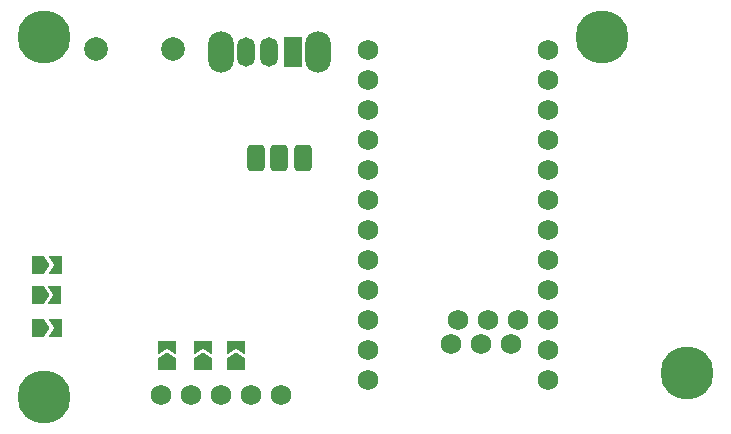
<source format=gbr>
%TF.GenerationSoftware,KiCad,Pcbnew,8.0.5*%
%TF.CreationDate,2024-10-29T12:08:31+01:00*%
%TF.ProjectId,mcu_holder,6d63755f-686f-46c6-9465-722e6b696361,rev?*%
%TF.SameCoordinates,Original*%
%TF.FileFunction,Soldermask,Bot*%
%TF.FilePolarity,Negative*%
%FSLAX46Y46*%
G04 Gerber Fmt 4.6, Leading zero omitted, Abs format (unit mm)*
G04 Created by KiCad (PCBNEW 8.0.5) date 2024-10-29 12:08:31*
%MOMM*%
%LPD*%
G01*
G04 APERTURE LIST*
G04 Aperture macros list*
%AMRoundRect*
0 Rectangle with rounded corners*
0 $1 Rounding radius*
0 $2 $3 $4 $5 $6 $7 $8 $9 X,Y pos of 4 corners*
0 Add a 4 corners polygon primitive as box body*
4,1,4,$2,$3,$4,$5,$6,$7,$8,$9,$2,$3,0*
0 Add four circle primitives for the rounded corners*
1,1,$1+$1,$2,$3*
1,1,$1+$1,$4,$5*
1,1,$1+$1,$6,$7*
1,1,$1+$1,$8,$9*
0 Add four rect primitives between the rounded corners*
20,1,$1+$1,$2,$3,$4,$5,0*
20,1,$1+$1,$4,$5,$6,$7,0*
20,1,$1+$1,$6,$7,$8,$9,0*
20,1,$1+$1,$8,$9,$2,$3,0*%
%AMFreePoly0*
4,1,6,1.000000,0.000000,0.500000,-0.750000,-0.500000,-0.750000,-0.500000,0.750000,0.500000,0.750000,1.000000,0.000000,1.000000,0.000000,$1*%
%AMFreePoly1*
4,1,6,0.500000,-0.750000,-0.650000,-0.750000,-0.150000,0.000000,-0.650000,0.750000,0.500000,0.750000,0.500000,-0.750000,0.500000,-0.750000,$1*%
G04 Aperture macros list end*
%ADD10C,4.500000*%
%ADD11O,2.200000X3.500000*%
%ADD12R,1.500000X2.500000*%
%ADD13O,1.500000X2.500000*%
%ADD14C,1.752600*%
%ADD15C,2.000000*%
%ADD16RoundRect,0.375000X0.375000X0.750000X-0.375000X0.750000X-0.375000X-0.750000X0.375000X-0.750000X0*%
%ADD17FreePoly0,90.000000*%
%ADD18FreePoly1,90.000000*%
%ADD19FreePoly0,0.000000*%
%ADD20FreePoly1,0.000000*%
G04 APERTURE END LIST*
D10*
%TO.C,H5*%
X94486973Y-38100000D03*
%TD*%
%TO.C,H8*%
X148929065Y-66500000D03*
%TD*%
D11*
%TO.C,SW17*%
X117654000Y-39370000D03*
X109454000Y-39370000D03*
D12*
X115554000Y-39370000D03*
D13*
X113554000Y-39370000D03*
X111554000Y-39370000D03*
%TD*%
D14*
%TO.C,Display1*%
X104410000Y-68430000D03*
X106950000Y-68430000D03*
X109490000Y-68430000D03*
X112030000Y-68430000D03*
X114570000Y-68430000D03*
%TD*%
D15*
%TO.C,SW16*%
X105410000Y-39116000D03*
X98910000Y-39116000D03*
%TD*%
D10*
%TO.C,H7*%
X141740000Y-38120000D03*
%TD*%
D16*
%TO.C,J7*%
X112400000Y-48340000D03*
X114400000Y-48340000D03*
X116400000Y-48340000D03*
%TD*%
D10*
%TO.C,H6*%
X94485092Y-68580000D03*
%TD*%
D17*
%TO.C,JP2*%
X107950000Y-65786000D03*
D18*
X107950000Y-64336000D03*
%TD*%
D19*
%TO.C,JP4*%
X94017000Y-57404000D03*
D20*
X95467000Y-57404000D03*
%TD*%
D17*
%TO.C,JP3*%
X110744000Y-65786000D03*
D18*
X110744000Y-64336000D03*
%TD*%
D19*
%TO.C,JP6*%
X94017000Y-62738000D03*
D20*
X95467000Y-62738000D03*
%TD*%
D19*
%TO.C,JP5*%
X93980000Y-59944000D03*
D20*
X95430000Y-59944000D03*
%TD*%
D17*
%TO.C,JP1*%
X104902000Y-65786000D03*
D18*
X104902000Y-64336000D03*
%TD*%
D14*
%TO.C,J1*%
X137120000Y-39205000D03*
X137120000Y-41745000D03*
X137120000Y-44285000D03*
X137120000Y-46825000D03*
X137120000Y-49365000D03*
X137120000Y-51905000D03*
X137120000Y-54445000D03*
X137120000Y-56985000D03*
X137120000Y-59525000D03*
X137120000Y-62065000D03*
X137120000Y-64605000D03*
X137120000Y-67145000D03*
X121880000Y-67145000D03*
X121880000Y-64605000D03*
X121880000Y-62065000D03*
X121880000Y-59525000D03*
X121880000Y-56985000D03*
X121880000Y-54445000D03*
X121880000Y-51905000D03*
X121880000Y-49365000D03*
X121880000Y-46825000D03*
X121880000Y-44285000D03*
X121880000Y-41745000D03*
X121880000Y-39205000D03*
X134580000Y-62065000D03*
X134040000Y-64055000D03*
X132040000Y-62065000D03*
X131500000Y-64055000D03*
X129500000Y-62065000D03*
X128960000Y-64055000D03*
%TD*%
M02*

</source>
